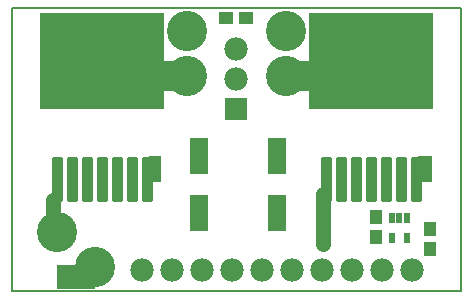
<source format=gbs>
G75*
%MOIN*%
%OFA0B0*%
%FSLAX25Y25*%
%IPPOS*%
%LPD*%
%AMOC8*
5,1,8,0,0,1.08239X$1,22.5*
%
%ADD10C,0.05000*%
%ADD11C,0.10000*%
%ADD12R,0.03937X0.08661*%
%ADD13R,0.04724X0.08661*%
%ADD14R,0.12598X0.07874*%
%ADD15C,0.00500*%
%ADD16C,0.00878*%
%ADD17R,0.41227X0.32054*%
%ADD18R,0.05912X0.12211*%
%ADD19C,0.13400*%
%ADD20C,0.07800*%
%ADD21R,0.07800X0.07800*%
%ADD22R,0.01975X0.03353*%
%ADD23R,0.04337X0.04731*%
%ADD24R,0.04731X0.04337*%
D10*
X0018780Y0024882D02*
X0018780Y0035512D01*
X0108543Y0037480D02*
X0108543Y0020748D01*
D11*
X0110512Y0076654D02*
X0096339Y0076654D01*
X0063268Y0076654D02*
X0049882Y0076654D01*
D12*
X0052638Y0045551D03*
D13*
X0142795Y0045551D03*
D14*
X0026260Y0009724D03*
D15*
X0005000Y0005000D02*
X0005000Y0099488D01*
X0154606Y0099488D01*
X0154606Y0005000D01*
X0005000Y0005000D01*
D16*
X0021237Y0035535D02*
X0021237Y0049505D01*
X0021237Y0035535D02*
X0018605Y0035535D01*
X0018605Y0049505D01*
X0021237Y0049505D01*
X0021237Y0036412D02*
X0018605Y0036412D01*
X0018605Y0037289D02*
X0021237Y0037289D01*
X0021237Y0038166D02*
X0018605Y0038166D01*
X0018605Y0039043D02*
X0021237Y0039043D01*
X0021237Y0039920D02*
X0018605Y0039920D01*
X0018605Y0040797D02*
X0021237Y0040797D01*
X0021237Y0041674D02*
X0018605Y0041674D01*
X0018605Y0042551D02*
X0021237Y0042551D01*
X0021237Y0043428D02*
X0018605Y0043428D01*
X0018605Y0044305D02*
X0021237Y0044305D01*
X0021237Y0045182D02*
X0018605Y0045182D01*
X0018605Y0046059D02*
X0021237Y0046059D01*
X0021237Y0046936D02*
X0018605Y0046936D01*
X0018605Y0047813D02*
X0021237Y0047813D01*
X0021237Y0048690D02*
X0018605Y0048690D01*
X0026237Y0049505D02*
X0026237Y0035535D01*
X0023605Y0035535D01*
X0023605Y0049505D01*
X0026237Y0049505D01*
X0026237Y0036412D02*
X0023605Y0036412D01*
X0023605Y0037289D02*
X0026237Y0037289D01*
X0026237Y0038166D02*
X0023605Y0038166D01*
X0023605Y0039043D02*
X0026237Y0039043D01*
X0026237Y0039920D02*
X0023605Y0039920D01*
X0023605Y0040797D02*
X0026237Y0040797D01*
X0026237Y0041674D02*
X0023605Y0041674D01*
X0023605Y0042551D02*
X0026237Y0042551D01*
X0026237Y0043428D02*
X0023605Y0043428D01*
X0023605Y0044305D02*
X0026237Y0044305D01*
X0026237Y0045182D02*
X0023605Y0045182D01*
X0023605Y0046059D02*
X0026237Y0046059D01*
X0026237Y0046936D02*
X0023605Y0046936D01*
X0023605Y0047813D02*
X0026237Y0047813D01*
X0026237Y0048690D02*
X0023605Y0048690D01*
X0031237Y0049505D02*
X0031237Y0035535D01*
X0028605Y0035535D01*
X0028605Y0049505D01*
X0031237Y0049505D01*
X0031237Y0036412D02*
X0028605Y0036412D01*
X0028605Y0037289D02*
X0031237Y0037289D01*
X0031237Y0038166D02*
X0028605Y0038166D01*
X0028605Y0039043D02*
X0031237Y0039043D01*
X0031237Y0039920D02*
X0028605Y0039920D01*
X0028605Y0040797D02*
X0031237Y0040797D01*
X0031237Y0041674D02*
X0028605Y0041674D01*
X0028605Y0042551D02*
X0031237Y0042551D01*
X0031237Y0043428D02*
X0028605Y0043428D01*
X0028605Y0044305D02*
X0031237Y0044305D01*
X0031237Y0045182D02*
X0028605Y0045182D01*
X0028605Y0046059D02*
X0031237Y0046059D01*
X0031237Y0046936D02*
X0028605Y0046936D01*
X0028605Y0047813D02*
X0031237Y0047813D01*
X0031237Y0048690D02*
X0028605Y0048690D01*
X0036237Y0049505D02*
X0036237Y0035535D01*
X0033605Y0035535D01*
X0033605Y0049505D01*
X0036237Y0049505D01*
X0036237Y0036412D02*
X0033605Y0036412D01*
X0033605Y0037289D02*
X0036237Y0037289D01*
X0036237Y0038166D02*
X0033605Y0038166D01*
X0033605Y0039043D02*
X0036237Y0039043D01*
X0036237Y0039920D02*
X0033605Y0039920D01*
X0033605Y0040797D02*
X0036237Y0040797D01*
X0036237Y0041674D02*
X0033605Y0041674D01*
X0033605Y0042551D02*
X0036237Y0042551D01*
X0036237Y0043428D02*
X0033605Y0043428D01*
X0033605Y0044305D02*
X0036237Y0044305D01*
X0036237Y0045182D02*
X0033605Y0045182D01*
X0033605Y0046059D02*
X0036237Y0046059D01*
X0036237Y0046936D02*
X0033605Y0046936D01*
X0033605Y0047813D02*
X0036237Y0047813D01*
X0036237Y0048690D02*
X0033605Y0048690D01*
X0041237Y0049505D02*
X0041237Y0035535D01*
X0038605Y0035535D01*
X0038605Y0049505D01*
X0041237Y0049505D01*
X0041237Y0036412D02*
X0038605Y0036412D01*
X0038605Y0037289D02*
X0041237Y0037289D01*
X0041237Y0038166D02*
X0038605Y0038166D01*
X0038605Y0039043D02*
X0041237Y0039043D01*
X0041237Y0039920D02*
X0038605Y0039920D01*
X0038605Y0040797D02*
X0041237Y0040797D01*
X0041237Y0041674D02*
X0038605Y0041674D01*
X0038605Y0042551D02*
X0041237Y0042551D01*
X0041237Y0043428D02*
X0038605Y0043428D01*
X0038605Y0044305D02*
X0041237Y0044305D01*
X0041237Y0045182D02*
X0038605Y0045182D01*
X0038605Y0046059D02*
X0041237Y0046059D01*
X0041237Y0046936D02*
X0038605Y0046936D01*
X0038605Y0047813D02*
X0041237Y0047813D01*
X0041237Y0048690D02*
X0038605Y0048690D01*
X0046237Y0049505D02*
X0046237Y0035535D01*
X0043605Y0035535D01*
X0043605Y0049505D01*
X0046237Y0049505D01*
X0046237Y0036412D02*
X0043605Y0036412D01*
X0043605Y0037289D02*
X0046237Y0037289D01*
X0046237Y0038166D02*
X0043605Y0038166D01*
X0043605Y0039043D02*
X0046237Y0039043D01*
X0046237Y0039920D02*
X0043605Y0039920D01*
X0043605Y0040797D02*
X0046237Y0040797D01*
X0046237Y0041674D02*
X0043605Y0041674D01*
X0043605Y0042551D02*
X0046237Y0042551D01*
X0046237Y0043428D02*
X0043605Y0043428D01*
X0043605Y0044305D02*
X0046237Y0044305D01*
X0046237Y0045182D02*
X0043605Y0045182D01*
X0043605Y0046059D02*
X0046237Y0046059D01*
X0046237Y0046936D02*
X0043605Y0046936D01*
X0043605Y0047813D02*
X0046237Y0047813D01*
X0046237Y0048690D02*
X0043605Y0048690D01*
X0051237Y0049505D02*
X0051237Y0035535D01*
X0048605Y0035535D01*
X0048605Y0049505D01*
X0051237Y0049505D01*
X0051237Y0036412D02*
X0048605Y0036412D01*
X0048605Y0037289D02*
X0051237Y0037289D01*
X0051237Y0038166D02*
X0048605Y0038166D01*
X0048605Y0039043D02*
X0051237Y0039043D01*
X0051237Y0039920D02*
X0048605Y0039920D01*
X0048605Y0040797D02*
X0051237Y0040797D01*
X0051237Y0041674D02*
X0048605Y0041674D01*
X0048605Y0042551D02*
X0051237Y0042551D01*
X0051237Y0043428D02*
X0048605Y0043428D01*
X0048605Y0044305D02*
X0051237Y0044305D01*
X0051237Y0045182D02*
X0048605Y0045182D01*
X0048605Y0046059D02*
X0051237Y0046059D01*
X0051237Y0046936D02*
X0048605Y0046936D01*
X0048605Y0047813D02*
X0051237Y0047813D01*
X0051237Y0048690D02*
X0048605Y0048690D01*
X0111001Y0049505D02*
X0111001Y0035535D01*
X0108369Y0035535D01*
X0108369Y0049505D01*
X0111001Y0049505D01*
X0111001Y0036412D02*
X0108369Y0036412D01*
X0108369Y0037289D02*
X0111001Y0037289D01*
X0111001Y0038166D02*
X0108369Y0038166D01*
X0108369Y0039043D02*
X0111001Y0039043D01*
X0111001Y0039920D02*
X0108369Y0039920D01*
X0108369Y0040797D02*
X0111001Y0040797D01*
X0111001Y0041674D02*
X0108369Y0041674D01*
X0108369Y0042551D02*
X0111001Y0042551D01*
X0111001Y0043428D02*
X0108369Y0043428D01*
X0108369Y0044305D02*
X0111001Y0044305D01*
X0111001Y0045182D02*
X0108369Y0045182D01*
X0108369Y0046059D02*
X0111001Y0046059D01*
X0111001Y0046936D02*
X0108369Y0046936D01*
X0108369Y0047813D02*
X0111001Y0047813D01*
X0111001Y0048690D02*
X0108369Y0048690D01*
X0116001Y0049505D02*
X0116001Y0035535D01*
X0113369Y0035535D01*
X0113369Y0049505D01*
X0116001Y0049505D01*
X0116001Y0036412D02*
X0113369Y0036412D01*
X0113369Y0037289D02*
X0116001Y0037289D01*
X0116001Y0038166D02*
X0113369Y0038166D01*
X0113369Y0039043D02*
X0116001Y0039043D01*
X0116001Y0039920D02*
X0113369Y0039920D01*
X0113369Y0040797D02*
X0116001Y0040797D01*
X0116001Y0041674D02*
X0113369Y0041674D01*
X0113369Y0042551D02*
X0116001Y0042551D01*
X0116001Y0043428D02*
X0113369Y0043428D01*
X0113369Y0044305D02*
X0116001Y0044305D01*
X0116001Y0045182D02*
X0113369Y0045182D01*
X0113369Y0046059D02*
X0116001Y0046059D01*
X0116001Y0046936D02*
X0113369Y0046936D01*
X0113369Y0047813D02*
X0116001Y0047813D01*
X0116001Y0048690D02*
X0113369Y0048690D01*
X0121001Y0049505D02*
X0121001Y0035535D01*
X0118369Y0035535D01*
X0118369Y0049505D01*
X0121001Y0049505D01*
X0121001Y0036412D02*
X0118369Y0036412D01*
X0118369Y0037289D02*
X0121001Y0037289D01*
X0121001Y0038166D02*
X0118369Y0038166D01*
X0118369Y0039043D02*
X0121001Y0039043D01*
X0121001Y0039920D02*
X0118369Y0039920D01*
X0118369Y0040797D02*
X0121001Y0040797D01*
X0121001Y0041674D02*
X0118369Y0041674D01*
X0118369Y0042551D02*
X0121001Y0042551D01*
X0121001Y0043428D02*
X0118369Y0043428D01*
X0118369Y0044305D02*
X0121001Y0044305D01*
X0121001Y0045182D02*
X0118369Y0045182D01*
X0118369Y0046059D02*
X0121001Y0046059D01*
X0121001Y0046936D02*
X0118369Y0046936D01*
X0118369Y0047813D02*
X0121001Y0047813D01*
X0121001Y0048690D02*
X0118369Y0048690D01*
X0126001Y0049505D02*
X0126001Y0035535D01*
X0123369Y0035535D01*
X0123369Y0049505D01*
X0126001Y0049505D01*
X0126001Y0036412D02*
X0123369Y0036412D01*
X0123369Y0037289D02*
X0126001Y0037289D01*
X0126001Y0038166D02*
X0123369Y0038166D01*
X0123369Y0039043D02*
X0126001Y0039043D01*
X0126001Y0039920D02*
X0123369Y0039920D01*
X0123369Y0040797D02*
X0126001Y0040797D01*
X0126001Y0041674D02*
X0123369Y0041674D01*
X0123369Y0042551D02*
X0126001Y0042551D01*
X0126001Y0043428D02*
X0123369Y0043428D01*
X0123369Y0044305D02*
X0126001Y0044305D01*
X0126001Y0045182D02*
X0123369Y0045182D01*
X0123369Y0046059D02*
X0126001Y0046059D01*
X0126001Y0046936D02*
X0123369Y0046936D01*
X0123369Y0047813D02*
X0126001Y0047813D01*
X0126001Y0048690D02*
X0123369Y0048690D01*
X0131001Y0049505D02*
X0131001Y0035535D01*
X0128369Y0035535D01*
X0128369Y0049505D01*
X0131001Y0049505D01*
X0131001Y0036412D02*
X0128369Y0036412D01*
X0128369Y0037289D02*
X0131001Y0037289D01*
X0131001Y0038166D02*
X0128369Y0038166D01*
X0128369Y0039043D02*
X0131001Y0039043D01*
X0131001Y0039920D02*
X0128369Y0039920D01*
X0128369Y0040797D02*
X0131001Y0040797D01*
X0131001Y0041674D02*
X0128369Y0041674D01*
X0128369Y0042551D02*
X0131001Y0042551D01*
X0131001Y0043428D02*
X0128369Y0043428D01*
X0128369Y0044305D02*
X0131001Y0044305D01*
X0131001Y0045182D02*
X0128369Y0045182D01*
X0128369Y0046059D02*
X0131001Y0046059D01*
X0131001Y0046936D02*
X0128369Y0046936D01*
X0128369Y0047813D02*
X0131001Y0047813D01*
X0131001Y0048690D02*
X0128369Y0048690D01*
X0136001Y0049505D02*
X0136001Y0035535D01*
X0133369Y0035535D01*
X0133369Y0049505D01*
X0136001Y0049505D01*
X0136001Y0036412D02*
X0133369Y0036412D01*
X0133369Y0037289D02*
X0136001Y0037289D01*
X0136001Y0038166D02*
X0133369Y0038166D01*
X0133369Y0039043D02*
X0136001Y0039043D01*
X0136001Y0039920D02*
X0133369Y0039920D01*
X0133369Y0040797D02*
X0136001Y0040797D01*
X0136001Y0041674D02*
X0133369Y0041674D01*
X0133369Y0042551D02*
X0136001Y0042551D01*
X0136001Y0043428D02*
X0133369Y0043428D01*
X0133369Y0044305D02*
X0136001Y0044305D01*
X0136001Y0045182D02*
X0133369Y0045182D01*
X0133369Y0046059D02*
X0136001Y0046059D01*
X0136001Y0046936D02*
X0133369Y0046936D01*
X0133369Y0047813D02*
X0136001Y0047813D01*
X0136001Y0048690D02*
X0133369Y0048690D01*
X0141001Y0049505D02*
X0141001Y0035535D01*
X0138369Y0035535D01*
X0138369Y0049505D01*
X0141001Y0049505D01*
X0141001Y0036412D02*
X0138369Y0036412D01*
X0138369Y0037289D02*
X0141001Y0037289D01*
X0141001Y0038166D02*
X0138369Y0038166D01*
X0138369Y0039043D02*
X0141001Y0039043D01*
X0141001Y0039920D02*
X0138369Y0039920D01*
X0138369Y0040797D02*
X0141001Y0040797D01*
X0141001Y0041674D02*
X0138369Y0041674D01*
X0138369Y0042551D02*
X0141001Y0042551D01*
X0141001Y0043428D02*
X0138369Y0043428D01*
X0138369Y0044305D02*
X0141001Y0044305D01*
X0141001Y0045182D02*
X0138369Y0045182D01*
X0138369Y0046059D02*
X0141001Y0046059D01*
X0141001Y0046936D02*
X0138369Y0046936D01*
X0138369Y0047813D02*
X0141001Y0047813D01*
X0141001Y0048690D02*
X0138369Y0048690D01*
D17*
X0124685Y0081732D03*
X0034921Y0081732D03*
D18*
X0067205Y0049882D03*
X0093189Y0049882D03*
X0093189Y0030984D03*
X0067205Y0030984D03*
D19*
X0032559Y0012874D03*
X0019961Y0024685D03*
X0063268Y0076654D03*
X0063268Y0091614D03*
X0096339Y0091614D03*
X0096339Y0076654D03*
D20*
X0079803Y0075866D03*
X0079803Y0085866D03*
X0078307Y0012087D03*
X0088307Y0012087D03*
X0098307Y0012087D03*
X0108307Y0012087D03*
X0118307Y0012087D03*
X0128307Y0012087D03*
X0138307Y0012087D03*
X0068307Y0012087D03*
X0058307Y0012087D03*
X0048307Y0012087D03*
D21*
X0079803Y0065866D03*
D22*
X0131575Y0029311D03*
X0134134Y0029311D03*
X0136693Y0029311D03*
X0136693Y0022815D03*
X0131575Y0022815D03*
D23*
X0126260Y0023110D03*
X0126260Y0029803D03*
X0144370Y0025669D03*
X0144370Y0018976D03*
D24*
X0083150Y0096142D03*
X0076457Y0096142D03*
M02*

</source>
